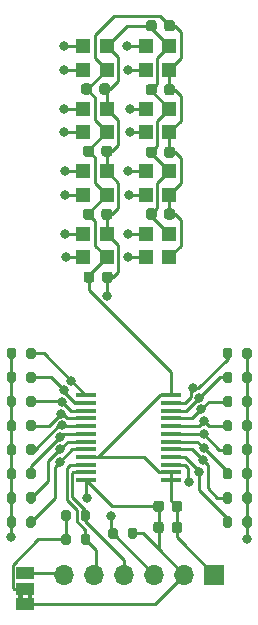
<source format=gtl>
%TF.GenerationSoftware,KiCad,Pcbnew,(5.1.12)-1*%
%TF.CreationDate,2021-12-20T11:42:42-08:00*%
%TF.ProjectId,HighPressureSensorArray,48696768-5072-4657-9373-75726553656e,rev?*%
%TF.SameCoordinates,Original*%
%TF.FileFunction,Copper,L1,Top*%
%TF.FilePolarity,Positive*%
%FSLAX46Y46*%
G04 Gerber Fmt 4.6, Leading zero omitted, Abs format (unit mm)*
G04 Created by KiCad (PCBNEW (5.1.12)-1) date 2021-12-20 11:42:42*
%MOMM*%
%LPD*%
G01*
G04 APERTURE LIST*
%TA.AperFunction,EtchedComponent*%
%ADD10C,0.100000*%
%TD*%
%TA.AperFunction,SMDPad,CuDef*%
%ADD11R,1.750000X0.450000*%
%TD*%
%TA.AperFunction,SMDPad,CuDef*%
%ADD12R,1.300000X1.300000*%
%TD*%
%TA.AperFunction,SMDPad,CuDef*%
%ADD13R,1.500000X1.000000*%
%TD*%
%TA.AperFunction,ComponentPad*%
%ADD14R,1.700000X1.700000*%
%TD*%
%TA.AperFunction,ComponentPad*%
%ADD15O,1.700000X1.700000*%
%TD*%
%TA.AperFunction,ViaPad*%
%ADD16C,0.800000*%
%TD*%
%TA.AperFunction,Conductor*%
%ADD17C,0.250000*%
%TD*%
G04 APERTURE END LIST*
D10*
G36*
X121450000Y-93600000D02*
G01*
X121450000Y-93100000D01*
X121850000Y-93100000D01*
X121850000Y-93600000D01*
X121450000Y-93600000D01*
G37*
G36*
X120650000Y-93600000D02*
G01*
X120650000Y-93100000D01*
X121050000Y-93100000D01*
X121050000Y-93600000D01*
X120650000Y-93600000D01*
G37*
%TA.AperFunction,SMDPad,CuDef*%
G36*
G01*
X127525000Y-50630000D02*
X127525000Y-50130000D01*
G75*
G02*
X127750000Y-49905000I225000J0D01*
G01*
X128200000Y-49905000D01*
G75*
G02*
X128425000Y-50130000I0J-225000D01*
G01*
X128425000Y-50630000D01*
G75*
G02*
X128200000Y-50855000I-225000J0D01*
G01*
X127750000Y-50855000D01*
G75*
G02*
X127525000Y-50630000I0J225000D01*
G01*
G37*
%TD.AperFunction*%
%TA.AperFunction,SMDPad,CuDef*%
G36*
G01*
X125975000Y-50630000D02*
X125975000Y-50130000D01*
G75*
G02*
X126200000Y-49905000I225000J0D01*
G01*
X126650000Y-49905000D01*
G75*
G02*
X126875000Y-50130000I0J-225000D01*
G01*
X126875000Y-50630000D01*
G75*
G02*
X126650000Y-50855000I-225000J0D01*
G01*
X126200000Y-50855000D01*
G75*
G02*
X125975000Y-50630000I0J225000D01*
G01*
G37*
%TD.AperFunction*%
%TA.AperFunction,SMDPad,CuDef*%
G36*
G01*
X126145000Y-55890000D02*
X126145000Y-55390000D01*
G75*
G02*
X126370000Y-55165000I225000J0D01*
G01*
X126820000Y-55165000D01*
G75*
G02*
X127045000Y-55390000I0J-225000D01*
G01*
X127045000Y-55890000D01*
G75*
G02*
X126820000Y-56115000I-225000J0D01*
G01*
X126370000Y-56115000D01*
G75*
G02*
X126145000Y-55890000I0J225000D01*
G01*
G37*
%TD.AperFunction*%
%TA.AperFunction,SMDPad,CuDef*%
G36*
G01*
X127695000Y-55890000D02*
X127695000Y-55390000D01*
G75*
G02*
X127920000Y-55165000I225000J0D01*
G01*
X128370000Y-55165000D01*
G75*
G02*
X128595000Y-55390000I0J-225000D01*
G01*
X128595000Y-55890000D01*
G75*
G02*
X128370000Y-56115000I-225000J0D01*
G01*
X127920000Y-56115000D01*
G75*
G02*
X127695000Y-55890000I0J225000D01*
G01*
G37*
%TD.AperFunction*%
%TA.AperFunction,SMDPad,CuDef*%
G36*
G01*
X127695000Y-61230000D02*
X127695000Y-60730000D01*
G75*
G02*
X127920000Y-60505000I225000J0D01*
G01*
X128370000Y-60505000D01*
G75*
G02*
X128595000Y-60730000I0J-225000D01*
G01*
X128595000Y-61230000D01*
G75*
G02*
X128370000Y-61455000I-225000J0D01*
G01*
X127920000Y-61455000D01*
G75*
G02*
X127695000Y-61230000I0J225000D01*
G01*
G37*
%TD.AperFunction*%
%TA.AperFunction,SMDPad,CuDef*%
G36*
G01*
X126145000Y-61230000D02*
X126145000Y-60730000D01*
G75*
G02*
X126370000Y-60505000I225000J0D01*
G01*
X126820000Y-60505000D01*
G75*
G02*
X127045000Y-60730000I0J-225000D01*
G01*
X127045000Y-61230000D01*
G75*
G02*
X126820000Y-61455000I-225000J0D01*
G01*
X126370000Y-61455000D01*
G75*
G02*
X126145000Y-61230000I0J225000D01*
G01*
G37*
%TD.AperFunction*%
%TA.AperFunction,SMDPad,CuDef*%
G36*
G01*
X126185000Y-66560000D02*
X126185000Y-66060000D01*
G75*
G02*
X126410000Y-65835000I225000J0D01*
G01*
X126860000Y-65835000D01*
G75*
G02*
X127085000Y-66060000I0J-225000D01*
G01*
X127085000Y-66560000D01*
G75*
G02*
X126860000Y-66785000I-225000J0D01*
G01*
X126410000Y-66785000D01*
G75*
G02*
X126185000Y-66560000I0J225000D01*
G01*
G37*
%TD.AperFunction*%
%TA.AperFunction,SMDPad,CuDef*%
G36*
G01*
X127735000Y-66560000D02*
X127735000Y-66060000D01*
G75*
G02*
X127960000Y-65835000I225000J0D01*
G01*
X128410000Y-65835000D01*
G75*
G02*
X128635000Y-66060000I0J-225000D01*
G01*
X128635000Y-66560000D01*
G75*
G02*
X128410000Y-66785000I-225000J0D01*
G01*
X127960000Y-66785000D01*
G75*
G02*
X127735000Y-66560000I0J225000D01*
G01*
G37*
%TD.AperFunction*%
%TA.AperFunction,SMDPad,CuDef*%
G36*
G01*
X132365000Y-44780000D02*
X132365000Y-45280000D01*
G75*
G02*
X132140000Y-45505000I-225000J0D01*
G01*
X131690000Y-45505000D01*
G75*
G02*
X131465000Y-45280000I0J225000D01*
G01*
X131465000Y-44780000D01*
G75*
G02*
X131690000Y-44555000I225000J0D01*
G01*
X132140000Y-44555000D01*
G75*
G02*
X132365000Y-44780000I0J-225000D01*
G01*
G37*
%TD.AperFunction*%
%TA.AperFunction,SMDPad,CuDef*%
G36*
G01*
X133915000Y-44780000D02*
X133915000Y-45280000D01*
G75*
G02*
X133690000Y-45505000I-225000J0D01*
G01*
X133240000Y-45505000D01*
G75*
G02*
X133015000Y-45280000I0J225000D01*
G01*
X133015000Y-44780000D01*
G75*
G02*
X133240000Y-44555000I225000J0D01*
G01*
X133690000Y-44555000D01*
G75*
G02*
X133915000Y-44780000I0J-225000D01*
G01*
G37*
%TD.AperFunction*%
%TA.AperFunction,SMDPad,CuDef*%
G36*
G01*
X133905000Y-50190000D02*
X133905000Y-50690000D01*
G75*
G02*
X133680000Y-50915000I-225000J0D01*
G01*
X133230000Y-50915000D01*
G75*
G02*
X133005000Y-50690000I0J225000D01*
G01*
X133005000Y-50190000D01*
G75*
G02*
X133230000Y-49965000I225000J0D01*
G01*
X133680000Y-49965000D01*
G75*
G02*
X133905000Y-50190000I0J-225000D01*
G01*
G37*
%TD.AperFunction*%
%TA.AperFunction,SMDPad,CuDef*%
G36*
G01*
X132355000Y-50190000D02*
X132355000Y-50690000D01*
G75*
G02*
X132130000Y-50915000I-225000J0D01*
G01*
X131680000Y-50915000D01*
G75*
G02*
X131455000Y-50690000I0J225000D01*
G01*
X131455000Y-50190000D01*
G75*
G02*
X131680000Y-49965000I225000J0D01*
G01*
X132130000Y-49965000D01*
G75*
G02*
X132355000Y-50190000I0J-225000D01*
G01*
G37*
%TD.AperFunction*%
%TA.AperFunction,SMDPad,CuDef*%
G36*
G01*
X133915000Y-55480000D02*
X133915000Y-55980000D01*
G75*
G02*
X133690000Y-56205000I-225000J0D01*
G01*
X133240000Y-56205000D01*
G75*
G02*
X133015000Y-55980000I0J225000D01*
G01*
X133015000Y-55480000D01*
G75*
G02*
X133240000Y-55255000I225000J0D01*
G01*
X133690000Y-55255000D01*
G75*
G02*
X133915000Y-55480000I0J-225000D01*
G01*
G37*
%TD.AperFunction*%
%TA.AperFunction,SMDPad,CuDef*%
G36*
G01*
X132365000Y-55480000D02*
X132365000Y-55980000D01*
G75*
G02*
X132140000Y-56205000I-225000J0D01*
G01*
X131690000Y-56205000D01*
G75*
G02*
X131465000Y-55980000I0J225000D01*
G01*
X131465000Y-55480000D01*
G75*
G02*
X131690000Y-55255000I225000J0D01*
G01*
X132140000Y-55255000D01*
G75*
G02*
X132365000Y-55480000I0J-225000D01*
G01*
G37*
%TD.AperFunction*%
%TA.AperFunction,SMDPad,CuDef*%
G36*
G01*
X132355000Y-60710000D02*
X132355000Y-61210000D01*
G75*
G02*
X132130000Y-61435000I-225000J0D01*
G01*
X131680000Y-61435000D01*
G75*
G02*
X131455000Y-61210000I0J225000D01*
G01*
X131455000Y-60710000D01*
G75*
G02*
X131680000Y-60485000I225000J0D01*
G01*
X132130000Y-60485000D01*
G75*
G02*
X132355000Y-60710000I0J-225000D01*
G01*
G37*
%TD.AperFunction*%
%TA.AperFunction,SMDPad,CuDef*%
G36*
G01*
X133905000Y-60710000D02*
X133905000Y-61210000D01*
G75*
G02*
X133680000Y-61435000I-225000J0D01*
G01*
X133230000Y-61435000D01*
G75*
G02*
X133005000Y-61210000I0J225000D01*
G01*
X133005000Y-60710000D01*
G75*
G02*
X133230000Y-60485000I225000J0D01*
G01*
X133680000Y-60485000D01*
G75*
G02*
X133905000Y-60710000I0J-225000D01*
G01*
G37*
%TD.AperFunction*%
%TA.AperFunction,SMDPad,CuDef*%
G36*
G01*
X132075000Y-85950000D02*
X132075000Y-85450000D01*
G75*
G02*
X132300000Y-85225000I225000J0D01*
G01*
X132750000Y-85225000D01*
G75*
G02*
X132975000Y-85450000I0J-225000D01*
G01*
X132975000Y-85950000D01*
G75*
G02*
X132750000Y-86175000I-225000J0D01*
G01*
X132300000Y-86175000D01*
G75*
G02*
X132075000Y-85950000I0J225000D01*
G01*
G37*
%TD.AperFunction*%
%TA.AperFunction,SMDPad,CuDef*%
G36*
G01*
X133625000Y-85950000D02*
X133625000Y-85450000D01*
G75*
G02*
X133850000Y-85225000I225000J0D01*
G01*
X134300000Y-85225000D01*
G75*
G02*
X134525000Y-85450000I0J-225000D01*
G01*
X134525000Y-85950000D01*
G75*
G02*
X134300000Y-86175000I-225000J0D01*
G01*
X133850000Y-86175000D01*
G75*
G02*
X133625000Y-85950000I0J225000D01*
G01*
G37*
%TD.AperFunction*%
%TA.AperFunction,SMDPad,CuDef*%
G36*
G01*
X133625000Y-87750000D02*
X133625000Y-87250000D01*
G75*
G02*
X133850000Y-87025000I225000J0D01*
G01*
X134300000Y-87025000D01*
G75*
G02*
X134525000Y-87250000I0J-225000D01*
G01*
X134525000Y-87750000D01*
G75*
G02*
X134300000Y-87975000I-225000J0D01*
G01*
X133850000Y-87975000D01*
G75*
G02*
X133625000Y-87750000I0J225000D01*
G01*
G37*
%TD.AperFunction*%
%TA.AperFunction,SMDPad,CuDef*%
G36*
G01*
X132075000Y-87750000D02*
X132075000Y-87250000D01*
G75*
G02*
X132300000Y-87025000I225000J0D01*
G01*
X132750000Y-87025000D01*
G75*
G02*
X132975000Y-87250000I0J-225000D01*
G01*
X132975000Y-87750000D01*
G75*
G02*
X132750000Y-87975000I-225000J0D01*
G01*
X132300000Y-87975000D01*
G75*
G02*
X132075000Y-87750000I0J225000D01*
G01*
G37*
%TD.AperFunction*%
%TA.AperFunction,SMDPad,CuDef*%
G36*
G01*
X138775000Y-74522958D02*
X138775000Y-75072958D01*
G75*
G02*
X138575000Y-75272958I-200000J0D01*
G01*
X138175000Y-75272958D01*
G75*
G02*
X137975000Y-75072958I0J200000D01*
G01*
X137975000Y-74522958D01*
G75*
G02*
X138175000Y-74322958I200000J0D01*
G01*
X138575000Y-74322958D01*
G75*
G02*
X138775000Y-74522958I0J-200000D01*
G01*
G37*
%TD.AperFunction*%
%TA.AperFunction,SMDPad,CuDef*%
G36*
G01*
X140425000Y-74522958D02*
X140425000Y-75072958D01*
G75*
G02*
X140225000Y-75272958I-200000J0D01*
G01*
X139825000Y-75272958D01*
G75*
G02*
X139625000Y-75072958I0J200000D01*
G01*
X139625000Y-74522958D01*
G75*
G02*
X139825000Y-74322958I200000J0D01*
G01*
X140225000Y-74322958D01*
G75*
G02*
X140425000Y-74522958I0J-200000D01*
G01*
G37*
%TD.AperFunction*%
%TA.AperFunction,SMDPad,CuDef*%
G36*
G01*
X140425000Y-72482142D02*
X140425000Y-73032142D01*
G75*
G02*
X140225000Y-73232142I-200000J0D01*
G01*
X139825000Y-73232142D01*
G75*
G02*
X139625000Y-73032142I0J200000D01*
G01*
X139625000Y-72482142D01*
G75*
G02*
X139825000Y-72282142I200000J0D01*
G01*
X140225000Y-72282142D01*
G75*
G02*
X140425000Y-72482142I0J-200000D01*
G01*
G37*
%TD.AperFunction*%
%TA.AperFunction,SMDPad,CuDef*%
G36*
G01*
X138775000Y-72482142D02*
X138775000Y-73032142D01*
G75*
G02*
X138575000Y-73232142I-200000J0D01*
G01*
X138175000Y-73232142D01*
G75*
G02*
X137975000Y-73032142I0J200000D01*
G01*
X137975000Y-72482142D01*
G75*
G02*
X138175000Y-72282142I200000J0D01*
G01*
X138575000Y-72282142D01*
G75*
G02*
X138775000Y-72482142I0J-200000D01*
G01*
G37*
%TD.AperFunction*%
%TA.AperFunction,SMDPad,CuDef*%
G36*
G01*
X140425000Y-78604590D02*
X140425000Y-79154590D01*
G75*
G02*
X140225000Y-79354590I-200000J0D01*
G01*
X139825000Y-79354590D01*
G75*
G02*
X139625000Y-79154590I0J200000D01*
G01*
X139625000Y-78604590D01*
G75*
G02*
X139825000Y-78404590I200000J0D01*
G01*
X140225000Y-78404590D01*
G75*
G02*
X140425000Y-78604590I0J-200000D01*
G01*
G37*
%TD.AperFunction*%
%TA.AperFunction,SMDPad,CuDef*%
G36*
G01*
X138775000Y-78604590D02*
X138775000Y-79154590D01*
G75*
G02*
X138575000Y-79354590I-200000J0D01*
G01*
X138175000Y-79354590D01*
G75*
G02*
X137975000Y-79154590I0J200000D01*
G01*
X137975000Y-78604590D01*
G75*
G02*
X138175000Y-78404590I200000J0D01*
G01*
X138575000Y-78404590D01*
G75*
G02*
X138775000Y-78604590I0J-200000D01*
G01*
G37*
%TD.AperFunction*%
%TA.AperFunction,SMDPad,CuDef*%
G36*
G01*
X138775000Y-76563774D02*
X138775000Y-77113774D01*
G75*
G02*
X138575000Y-77313774I-200000J0D01*
G01*
X138175000Y-77313774D01*
G75*
G02*
X137975000Y-77113774I0J200000D01*
G01*
X137975000Y-76563774D01*
G75*
G02*
X138175000Y-76363774I200000J0D01*
G01*
X138575000Y-76363774D01*
G75*
G02*
X138775000Y-76563774I0J-200000D01*
G01*
G37*
%TD.AperFunction*%
%TA.AperFunction,SMDPad,CuDef*%
G36*
G01*
X140425000Y-76563774D02*
X140425000Y-77113774D01*
G75*
G02*
X140225000Y-77313774I-200000J0D01*
G01*
X139825000Y-77313774D01*
G75*
G02*
X139625000Y-77113774I0J200000D01*
G01*
X139625000Y-76563774D01*
G75*
G02*
X139825000Y-76363774I200000J0D01*
G01*
X140225000Y-76363774D01*
G75*
G02*
X140425000Y-76563774I0J-200000D01*
G01*
G37*
%TD.AperFunction*%
%TA.AperFunction,SMDPad,CuDef*%
G36*
G01*
X138775000Y-82686222D02*
X138775000Y-83236222D01*
G75*
G02*
X138575000Y-83436222I-200000J0D01*
G01*
X138175000Y-83436222D01*
G75*
G02*
X137975000Y-83236222I0J200000D01*
G01*
X137975000Y-82686222D01*
G75*
G02*
X138175000Y-82486222I200000J0D01*
G01*
X138575000Y-82486222D01*
G75*
G02*
X138775000Y-82686222I0J-200000D01*
G01*
G37*
%TD.AperFunction*%
%TA.AperFunction,SMDPad,CuDef*%
G36*
G01*
X140425000Y-82686222D02*
X140425000Y-83236222D01*
G75*
G02*
X140225000Y-83436222I-200000J0D01*
G01*
X139825000Y-83436222D01*
G75*
G02*
X139625000Y-83236222I0J200000D01*
G01*
X139625000Y-82686222D01*
G75*
G02*
X139825000Y-82486222I200000J0D01*
G01*
X140225000Y-82486222D01*
G75*
G02*
X140425000Y-82686222I0J-200000D01*
G01*
G37*
%TD.AperFunction*%
%TA.AperFunction,SMDPad,CuDef*%
G36*
G01*
X140425000Y-80645406D02*
X140425000Y-81195406D01*
G75*
G02*
X140225000Y-81395406I-200000J0D01*
G01*
X139825000Y-81395406D01*
G75*
G02*
X139625000Y-81195406I0J200000D01*
G01*
X139625000Y-80645406D01*
G75*
G02*
X139825000Y-80445406I200000J0D01*
G01*
X140225000Y-80445406D01*
G75*
G02*
X140425000Y-80645406I0J-200000D01*
G01*
G37*
%TD.AperFunction*%
%TA.AperFunction,SMDPad,CuDef*%
G36*
G01*
X138775000Y-80645406D02*
X138775000Y-81195406D01*
G75*
G02*
X138575000Y-81395406I-200000J0D01*
G01*
X138175000Y-81395406D01*
G75*
G02*
X137975000Y-81195406I0J200000D01*
G01*
X137975000Y-80645406D01*
G75*
G02*
X138175000Y-80445406I200000J0D01*
G01*
X138575000Y-80445406D01*
G75*
G02*
X138775000Y-80645406I0J-200000D01*
G01*
G37*
%TD.AperFunction*%
%TA.AperFunction,SMDPad,CuDef*%
G36*
G01*
X140425000Y-86767857D02*
X140425000Y-87317857D01*
G75*
G02*
X140225000Y-87517857I-200000J0D01*
G01*
X139825000Y-87517857D01*
G75*
G02*
X139625000Y-87317857I0J200000D01*
G01*
X139625000Y-86767857D01*
G75*
G02*
X139825000Y-86567857I200000J0D01*
G01*
X140225000Y-86567857D01*
G75*
G02*
X140425000Y-86767857I0J-200000D01*
G01*
G37*
%TD.AperFunction*%
%TA.AperFunction,SMDPad,CuDef*%
G36*
G01*
X138775000Y-86767857D02*
X138775000Y-87317857D01*
G75*
G02*
X138575000Y-87517857I-200000J0D01*
G01*
X138175000Y-87517857D01*
G75*
G02*
X137975000Y-87317857I0J200000D01*
G01*
X137975000Y-86767857D01*
G75*
G02*
X138175000Y-86567857I200000J0D01*
G01*
X138575000Y-86567857D01*
G75*
G02*
X138775000Y-86767857I0J-200000D01*
G01*
G37*
%TD.AperFunction*%
%TA.AperFunction,SMDPad,CuDef*%
G36*
G01*
X138775000Y-84727038D02*
X138775000Y-85277038D01*
G75*
G02*
X138575000Y-85477038I-200000J0D01*
G01*
X138175000Y-85477038D01*
G75*
G02*
X137975000Y-85277038I0J200000D01*
G01*
X137975000Y-84727038D01*
G75*
G02*
X138175000Y-84527038I200000J0D01*
G01*
X138575000Y-84527038D01*
G75*
G02*
X138775000Y-84727038I0J-200000D01*
G01*
G37*
%TD.AperFunction*%
%TA.AperFunction,SMDPad,CuDef*%
G36*
G01*
X140425000Y-84727038D02*
X140425000Y-85277038D01*
G75*
G02*
X140225000Y-85477038I-200000J0D01*
G01*
X139825000Y-85477038D01*
G75*
G02*
X139625000Y-85277038I0J200000D01*
G01*
X139625000Y-84727038D01*
G75*
G02*
X139825000Y-84527038I200000J0D01*
G01*
X140225000Y-84527038D01*
G75*
G02*
X140425000Y-84727038I0J-200000D01*
G01*
G37*
%TD.AperFunction*%
%TA.AperFunction,SMDPad,CuDef*%
G36*
G01*
X119675000Y-85276016D02*
X119675000Y-84726016D01*
G75*
G02*
X119875000Y-84526016I200000J0D01*
G01*
X120275000Y-84526016D01*
G75*
G02*
X120475000Y-84726016I0J-200000D01*
G01*
X120475000Y-85276016D01*
G75*
G02*
X120275000Y-85476016I-200000J0D01*
G01*
X119875000Y-85476016D01*
G75*
G02*
X119675000Y-85276016I0J200000D01*
G01*
G37*
%TD.AperFunction*%
%TA.AperFunction,SMDPad,CuDef*%
G36*
G01*
X121325000Y-85276016D02*
X121325000Y-84726016D01*
G75*
G02*
X121525000Y-84526016I200000J0D01*
G01*
X121925000Y-84526016D01*
G75*
G02*
X122125000Y-84726016I0J-200000D01*
G01*
X122125000Y-85276016D01*
G75*
G02*
X121925000Y-85476016I-200000J0D01*
G01*
X121525000Y-85476016D01*
G75*
G02*
X121325000Y-85276016I0J200000D01*
G01*
G37*
%TD.AperFunction*%
%TA.AperFunction,SMDPad,CuDef*%
G36*
G01*
X119675000Y-87317857D02*
X119675000Y-86767857D01*
G75*
G02*
X119875000Y-86567857I200000J0D01*
G01*
X120275000Y-86567857D01*
G75*
G02*
X120475000Y-86767857I0J-200000D01*
G01*
X120475000Y-87317857D01*
G75*
G02*
X120275000Y-87517857I-200000J0D01*
G01*
X119875000Y-87517857D01*
G75*
G02*
X119675000Y-87317857I0J200000D01*
G01*
G37*
%TD.AperFunction*%
%TA.AperFunction,SMDPad,CuDef*%
G36*
G01*
X121325000Y-87317857D02*
X121325000Y-86767857D01*
G75*
G02*
X121525000Y-86567857I200000J0D01*
G01*
X121925000Y-86567857D01*
G75*
G02*
X122125000Y-86767857I0J-200000D01*
G01*
X122125000Y-87317857D01*
G75*
G02*
X121925000Y-87517857I-200000J0D01*
G01*
X121525000Y-87517857D01*
G75*
G02*
X121325000Y-87317857I0J200000D01*
G01*
G37*
%TD.AperFunction*%
%TA.AperFunction,SMDPad,CuDef*%
G36*
G01*
X119675000Y-81192344D02*
X119675000Y-80642344D01*
G75*
G02*
X119875000Y-80442344I200000J0D01*
G01*
X120275000Y-80442344D01*
G75*
G02*
X120475000Y-80642344I0J-200000D01*
G01*
X120475000Y-81192344D01*
G75*
G02*
X120275000Y-81392344I-200000J0D01*
G01*
X119875000Y-81392344D01*
G75*
G02*
X119675000Y-81192344I0J200000D01*
G01*
G37*
%TD.AperFunction*%
%TA.AperFunction,SMDPad,CuDef*%
G36*
G01*
X121325000Y-81192344D02*
X121325000Y-80642344D01*
G75*
G02*
X121525000Y-80442344I200000J0D01*
G01*
X121925000Y-80442344D01*
G75*
G02*
X122125000Y-80642344I0J-200000D01*
G01*
X122125000Y-81192344D01*
G75*
G02*
X121925000Y-81392344I-200000J0D01*
G01*
X121525000Y-81392344D01*
G75*
G02*
X121325000Y-81192344I0J200000D01*
G01*
G37*
%TD.AperFunction*%
%TA.AperFunction,SMDPad,CuDef*%
G36*
G01*
X121325000Y-83234180D02*
X121325000Y-82684180D01*
G75*
G02*
X121525000Y-82484180I200000J0D01*
G01*
X121925000Y-82484180D01*
G75*
G02*
X122125000Y-82684180I0J-200000D01*
G01*
X122125000Y-83234180D01*
G75*
G02*
X121925000Y-83434180I-200000J0D01*
G01*
X121525000Y-83434180D01*
G75*
G02*
X121325000Y-83234180I0J200000D01*
G01*
G37*
%TD.AperFunction*%
%TA.AperFunction,SMDPad,CuDef*%
G36*
G01*
X119675000Y-83234180D02*
X119675000Y-82684180D01*
G75*
G02*
X119875000Y-82484180I200000J0D01*
G01*
X120275000Y-82484180D01*
G75*
G02*
X120475000Y-82684180I0J-200000D01*
G01*
X120475000Y-83234180D01*
G75*
G02*
X120275000Y-83434180I-200000J0D01*
G01*
X119875000Y-83434180D01*
G75*
G02*
X119675000Y-83234180I0J200000D01*
G01*
G37*
%TD.AperFunction*%
%TA.AperFunction,SMDPad,CuDef*%
G36*
G01*
X119675000Y-77108672D02*
X119675000Y-76558672D01*
G75*
G02*
X119875000Y-76358672I200000J0D01*
G01*
X120275000Y-76358672D01*
G75*
G02*
X120475000Y-76558672I0J-200000D01*
G01*
X120475000Y-77108672D01*
G75*
G02*
X120275000Y-77308672I-200000J0D01*
G01*
X119875000Y-77308672D01*
G75*
G02*
X119675000Y-77108672I0J200000D01*
G01*
G37*
%TD.AperFunction*%
%TA.AperFunction,SMDPad,CuDef*%
G36*
G01*
X121325000Y-77108672D02*
X121325000Y-76558672D01*
G75*
G02*
X121525000Y-76358672I200000J0D01*
G01*
X121925000Y-76358672D01*
G75*
G02*
X122125000Y-76558672I0J-200000D01*
G01*
X122125000Y-77108672D01*
G75*
G02*
X121925000Y-77308672I-200000J0D01*
G01*
X121525000Y-77308672D01*
G75*
G02*
X121325000Y-77108672I0J200000D01*
G01*
G37*
%TD.AperFunction*%
%TA.AperFunction,SMDPad,CuDef*%
G36*
G01*
X121325000Y-79150508D02*
X121325000Y-78600508D01*
G75*
G02*
X121525000Y-78400508I200000J0D01*
G01*
X121925000Y-78400508D01*
G75*
G02*
X122125000Y-78600508I0J-200000D01*
G01*
X122125000Y-79150508D01*
G75*
G02*
X121925000Y-79350508I-200000J0D01*
G01*
X121525000Y-79350508D01*
G75*
G02*
X121325000Y-79150508I0J200000D01*
G01*
G37*
%TD.AperFunction*%
%TA.AperFunction,SMDPad,CuDef*%
G36*
G01*
X119675000Y-79150508D02*
X119675000Y-78600508D01*
G75*
G02*
X119875000Y-78400508I200000J0D01*
G01*
X120275000Y-78400508D01*
G75*
G02*
X120475000Y-78600508I0J-200000D01*
G01*
X120475000Y-79150508D01*
G75*
G02*
X120275000Y-79350508I-200000J0D01*
G01*
X119875000Y-79350508D01*
G75*
G02*
X119675000Y-79150508I0J200000D01*
G01*
G37*
%TD.AperFunction*%
%TA.AperFunction,SMDPad,CuDef*%
G36*
G01*
X119675000Y-73025000D02*
X119675000Y-72475000D01*
G75*
G02*
X119875000Y-72275000I200000J0D01*
G01*
X120275000Y-72275000D01*
G75*
G02*
X120475000Y-72475000I0J-200000D01*
G01*
X120475000Y-73025000D01*
G75*
G02*
X120275000Y-73225000I-200000J0D01*
G01*
X119875000Y-73225000D01*
G75*
G02*
X119675000Y-73025000I0J200000D01*
G01*
G37*
%TD.AperFunction*%
%TA.AperFunction,SMDPad,CuDef*%
G36*
G01*
X121325000Y-73025000D02*
X121325000Y-72475000D01*
G75*
G02*
X121525000Y-72275000I200000J0D01*
G01*
X121925000Y-72275000D01*
G75*
G02*
X122125000Y-72475000I0J-200000D01*
G01*
X122125000Y-73025000D01*
G75*
G02*
X121925000Y-73225000I-200000J0D01*
G01*
X121525000Y-73225000D01*
G75*
G02*
X121325000Y-73025000I0J200000D01*
G01*
G37*
%TD.AperFunction*%
%TA.AperFunction,SMDPad,CuDef*%
G36*
G01*
X121325000Y-75066836D02*
X121325000Y-74516836D01*
G75*
G02*
X121525000Y-74316836I200000J0D01*
G01*
X121925000Y-74316836D01*
G75*
G02*
X122125000Y-74516836I0J-200000D01*
G01*
X122125000Y-75066836D01*
G75*
G02*
X121925000Y-75266836I-200000J0D01*
G01*
X121525000Y-75266836D01*
G75*
G02*
X121325000Y-75066836I0J200000D01*
G01*
G37*
%TD.AperFunction*%
%TA.AperFunction,SMDPad,CuDef*%
G36*
G01*
X119675000Y-75066836D02*
X119675000Y-74516836D01*
G75*
G02*
X119875000Y-74316836I200000J0D01*
G01*
X120275000Y-74316836D01*
G75*
G02*
X120475000Y-74516836I0J-200000D01*
G01*
X120475000Y-75066836D01*
G75*
G02*
X120275000Y-75266836I-200000J0D01*
G01*
X119875000Y-75266836D01*
G75*
G02*
X119675000Y-75066836I0J200000D01*
G01*
G37*
%TD.AperFunction*%
%TA.AperFunction,SMDPad,CuDef*%
G36*
G01*
X126725000Y-88225000D02*
X126725000Y-88775000D01*
G75*
G02*
X126525000Y-88975000I-200000J0D01*
G01*
X126125000Y-88975000D01*
G75*
G02*
X125925000Y-88775000I0J200000D01*
G01*
X125925000Y-88225000D01*
G75*
G02*
X126125000Y-88025000I200000J0D01*
G01*
X126525000Y-88025000D01*
G75*
G02*
X126725000Y-88225000I0J-200000D01*
G01*
G37*
%TD.AperFunction*%
%TA.AperFunction,SMDPad,CuDef*%
G36*
G01*
X125075000Y-88225000D02*
X125075000Y-88775000D01*
G75*
G02*
X124875000Y-88975000I-200000J0D01*
G01*
X124475000Y-88975000D01*
G75*
G02*
X124275000Y-88775000I0J200000D01*
G01*
X124275000Y-88225000D01*
G75*
G02*
X124475000Y-88025000I200000J0D01*
G01*
X124875000Y-88025000D01*
G75*
G02*
X125075000Y-88225000I0J-200000D01*
G01*
G37*
%TD.AperFunction*%
%TA.AperFunction,SMDPad,CuDef*%
G36*
G01*
X125075000Y-86225000D02*
X125075000Y-86775000D01*
G75*
G02*
X124875000Y-86975000I-200000J0D01*
G01*
X124475000Y-86975000D01*
G75*
G02*
X124275000Y-86775000I0J200000D01*
G01*
X124275000Y-86225000D01*
G75*
G02*
X124475000Y-86025000I200000J0D01*
G01*
X124875000Y-86025000D01*
G75*
G02*
X125075000Y-86225000I0J-200000D01*
G01*
G37*
%TD.AperFunction*%
%TA.AperFunction,SMDPad,CuDef*%
G36*
G01*
X126725000Y-86225000D02*
X126725000Y-86775000D01*
G75*
G02*
X126525000Y-86975000I-200000J0D01*
G01*
X126125000Y-86975000D01*
G75*
G02*
X125925000Y-86775000I0J200000D01*
G01*
X125925000Y-86225000D01*
G75*
G02*
X126125000Y-86025000I200000J0D01*
G01*
X126525000Y-86025000D01*
G75*
G02*
X126725000Y-86225000I0J-200000D01*
G01*
G37*
%TD.AperFunction*%
%TA.AperFunction,SMDPad,CuDef*%
G36*
G01*
X129075000Y-87725000D02*
X129075000Y-88275000D01*
G75*
G02*
X128875000Y-88475000I-200000J0D01*
G01*
X128475000Y-88475000D01*
G75*
G02*
X128275000Y-88275000I0J200000D01*
G01*
X128275000Y-87725000D01*
G75*
G02*
X128475000Y-87525000I200000J0D01*
G01*
X128875000Y-87525000D01*
G75*
G02*
X129075000Y-87725000I0J-200000D01*
G01*
G37*
%TD.AperFunction*%
%TA.AperFunction,SMDPad,CuDef*%
G36*
G01*
X130725000Y-87725000D02*
X130725000Y-88275000D01*
G75*
G02*
X130525000Y-88475000I-200000J0D01*
G01*
X130125000Y-88475000D01*
G75*
G02*
X129925000Y-88275000I0J200000D01*
G01*
X129925000Y-87725000D01*
G75*
G02*
X130125000Y-87525000I200000J0D01*
G01*
X130525000Y-87525000D01*
G75*
G02*
X130725000Y-87725000I0J-200000D01*
G01*
G37*
%TD.AperFunction*%
D11*
X133600000Y-83475000D03*
X133600000Y-82825000D03*
X133600000Y-82175000D03*
X133600000Y-81525000D03*
X133600000Y-80875000D03*
X133600000Y-80225000D03*
X133600000Y-79575000D03*
X133600000Y-78925000D03*
X133600000Y-78275000D03*
X133600000Y-77625000D03*
X133600000Y-76975000D03*
X133600000Y-76325000D03*
X126400000Y-76325000D03*
X126400000Y-76975000D03*
X126400000Y-77625000D03*
X126400000Y-78275000D03*
X126400000Y-78925000D03*
X126400000Y-79575000D03*
X126400000Y-80225000D03*
X126400000Y-80875000D03*
X126400000Y-81525000D03*
X126400000Y-82175000D03*
X126400000Y-82825000D03*
X126400000Y-83475000D03*
D12*
X133436600Y-62630400D03*
X133436600Y-64630400D03*
X131436600Y-62630400D03*
X131436600Y-64630400D03*
X133436600Y-57330400D03*
X133436600Y-59330400D03*
X131436600Y-57330400D03*
X131436600Y-59330400D03*
X133436600Y-52030400D03*
X133436600Y-54030400D03*
X131436600Y-52030400D03*
X131436600Y-54030400D03*
X131436600Y-48730400D03*
X131436600Y-46730400D03*
X133436600Y-48730400D03*
X133436600Y-46730400D03*
X126136600Y-48730400D03*
X126136600Y-46730400D03*
X128136600Y-48730400D03*
X128136600Y-46730400D03*
X128136600Y-52030400D03*
X128136600Y-54030400D03*
X126136600Y-52030400D03*
X126136600Y-54030400D03*
X126136600Y-59330400D03*
X126136600Y-57330400D03*
X128136600Y-59330400D03*
X128136600Y-57330400D03*
X126136600Y-64630400D03*
X126136600Y-62630400D03*
X128136600Y-64630400D03*
X128136600Y-62630400D03*
D13*
X121250000Y-94000000D03*
X121250000Y-91400000D03*
X121250000Y-92700000D03*
D14*
X137250000Y-91500000D03*
D15*
X134710000Y-91500000D03*
X132170000Y-91500000D03*
X129630000Y-91500000D03*
X127090000Y-91500000D03*
X124550000Y-91500000D03*
D16*
X135075014Y-83690823D03*
X128500000Y-86500000D03*
X128185000Y-67885000D03*
X140025000Y-88475000D03*
X126500000Y-84999992D03*
X120075000Y-88325000D03*
X129930400Y-64630400D03*
X135957465Y-76531326D03*
X129930400Y-62630400D03*
X135404961Y-75697802D03*
X130030400Y-59330400D03*
X136366985Y-78488605D03*
X129930400Y-57330400D03*
X136143606Y-77513861D03*
X130069600Y-54030400D03*
X136335351Y-80736365D03*
X130069600Y-52030400D03*
X136336190Y-79586190D03*
X129930400Y-48730400D03*
X135957015Y-82847552D03*
X129869600Y-46730400D03*
X136249994Y-81750000D03*
X124519600Y-48730400D03*
X124192304Y-80895655D03*
X124519600Y-46730400D03*
X124171929Y-81941350D03*
X124530400Y-54030400D03*
X124356250Y-78855314D03*
X124530400Y-52030400D03*
X124217049Y-79845590D03*
X124580400Y-59330400D03*
X124334858Y-76867717D03*
X124580400Y-57330400D03*
X124234774Y-77862708D03*
X124675076Y-64630400D03*
X125122606Y-75066477D03*
X124630400Y-62630400D03*
X124560360Y-75893462D03*
D17*
X135024999Y-83640808D02*
X135075014Y-83690823D01*
X134725000Y-82175000D02*
X135024999Y-82474999D01*
X133600000Y-82175000D02*
X134725000Y-82175000D01*
X135024999Y-82474999D02*
X135024999Y-83640808D01*
X128500000Y-87825000D02*
X128675000Y-88000000D01*
X128500000Y-86500000D02*
X128500000Y-87825000D01*
X128675000Y-88005000D02*
X132170000Y-91500000D01*
X128675000Y-88000000D02*
X128675000Y-88005000D01*
X129111601Y-58305401D02*
X128136600Y-57330400D01*
X128595000Y-60980000D02*
X129111601Y-60463399D01*
X129111601Y-60463399D02*
X129111601Y-58305401D01*
X128145000Y-60980000D02*
X128595000Y-60980000D01*
X128136600Y-55648400D02*
X128145000Y-55640000D01*
X128136600Y-57330400D02*
X128136600Y-55648400D01*
X129111601Y-55123399D02*
X129111601Y-53005401D01*
X128595000Y-55640000D02*
X129111601Y-55123399D01*
X129111601Y-53005401D02*
X128136600Y-52030400D01*
X128145000Y-55640000D02*
X128595000Y-55640000D01*
X128136600Y-50541600D02*
X127975000Y-50380000D01*
X128136600Y-52030400D02*
X128136600Y-50541600D01*
X133415000Y-52008800D02*
X133436600Y-52030400D01*
X133455000Y-57312000D02*
X133436600Y-57330400D01*
X133445000Y-62622000D02*
X133436600Y-62630400D01*
X128145000Y-62622000D02*
X128136600Y-62630400D01*
X128145000Y-60980000D02*
X128145000Y-62622000D01*
X128635000Y-66310000D02*
X128185000Y-66310000D01*
X129111601Y-65833399D02*
X128635000Y-66310000D01*
X129111601Y-63605401D02*
X129111601Y-65833399D01*
X128136600Y-62630400D02*
X129111601Y-63605401D01*
X128492602Y-46730400D02*
X128136600Y-46730400D01*
X133475000Y-46692000D02*
X133436600Y-46730400D01*
X132411601Y-49933399D02*
X131905000Y-50440000D01*
X132411601Y-47755399D02*
X132411601Y-49933399D01*
X133436600Y-46730400D02*
X132411601Y-47755399D01*
X129837000Y-45030000D02*
X131915000Y-45030000D01*
X128136600Y-46730400D02*
X129837000Y-45030000D01*
X131915000Y-45208800D02*
X133436600Y-46730400D01*
X131915000Y-45030000D02*
X131915000Y-45208800D01*
X131905000Y-50498800D02*
X133436600Y-52030400D01*
X131905000Y-50440000D02*
X131905000Y-50498800D01*
X132411601Y-55233399D02*
X131915000Y-55730000D01*
X132411601Y-53055399D02*
X132411601Y-55233399D01*
X133436600Y-52030400D02*
X132411601Y-53055399D01*
X131915000Y-55808800D02*
X133436600Y-57330400D01*
X131915000Y-55730000D02*
X131915000Y-55808800D01*
X132411601Y-60453399D02*
X131905000Y-60960000D01*
X132411601Y-58355399D02*
X132411601Y-60453399D01*
X133436600Y-57330400D02*
X132411601Y-58355399D01*
X131905000Y-61098800D02*
X133436600Y-62630400D01*
X131905000Y-60960000D02*
X131905000Y-61098800D01*
X129111601Y-47705401D02*
X128136600Y-46730400D01*
X129111601Y-49693399D02*
X129111601Y-47705401D01*
X128425000Y-50380000D02*
X129111601Y-49693399D01*
X127975000Y-50380000D02*
X128425000Y-50380000D01*
X130275000Y-85700000D02*
X132525000Y-85700000D01*
X132525000Y-85700000D02*
X132525000Y-87500000D01*
X132525000Y-85700000D02*
X128625000Y-85700000D01*
X127562500Y-84637500D02*
X126400000Y-83475000D01*
X128625000Y-85700000D02*
X127562500Y-84637500D01*
X128185000Y-66310000D02*
X128185000Y-67885000D01*
X128185000Y-67885000D02*
X128185000Y-67885000D01*
X140000000Y-72714285D02*
X140000000Y-87000000D01*
X140025000Y-87042857D02*
X140025000Y-88475000D01*
X140025000Y-88475000D02*
X140025000Y-88475000D01*
X120075000Y-72750000D02*
X120075000Y-87042857D01*
X126400000Y-84899992D02*
X126500000Y-84999992D01*
X126400000Y-83475000D02*
X126400000Y-84899992D01*
X120075000Y-87042857D02*
X120075000Y-88325000D01*
X120075000Y-88325000D02*
X120075000Y-88325000D01*
X130325000Y-88000000D02*
X130325000Y-88191410D01*
X130325000Y-88000000D02*
X131210000Y-88000000D01*
X132525000Y-89225000D02*
X132480000Y-89270000D01*
X132525000Y-87500000D02*
X132525000Y-89225000D01*
X132480000Y-89270000D02*
X134710000Y-91500000D01*
X131210000Y-88000000D02*
X132480000Y-89270000D01*
X132210000Y-94000000D02*
X134710000Y-91500000D01*
X121250000Y-94000000D02*
X132210000Y-94000000D01*
X126635000Y-66132000D02*
X128136600Y-64630400D01*
X126635000Y-66310000D02*
X126635000Y-66132000D01*
X127161599Y-61546599D02*
X126595000Y-60980000D01*
X127161599Y-63655399D02*
X127161599Y-61546599D01*
X128136600Y-64630400D02*
X127161599Y-63655399D01*
X126595000Y-60872000D02*
X128136600Y-59330400D01*
X126595000Y-60980000D02*
X126595000Y-60872000D01*
X127111601Y-56156601D02*
X126595000Y-55640000D01*
X127111601Y-58305401D02*
X127111601Y-56156601D01*
X128136600Y-59330400D02*
X127111601Y-58305401D01*
X126595000Y-55572000D02*
X128136600Y-54030400D01*
X126595000Y-55640000D02*
X126595000Y-55572000D01*
X127111601Y-51066601D02*
X126425000Y-50380000D01*
X127111601Y-53005401D02*
X127111601Y-51066601D01*
X128136600Y-54030400D02*
X127111601Y-53005401D01*
X126487000Y-50380000D02*
X128136600Y-48730400D01*
X126425000Y-50380000D02*
X126487000Y-50380000D01*
X132664990Y-44229990D02*
X133465000Y-45030000D01*
X128752008Y-44229990D02*
X132664990Y-44229990D01*
X127161599Y-45820399D02*
X128752008Y-44229990D01*
X127161599Y-47755399D02*
X127161599Y-45820399D01*
X128136600Y-48730400D02*
X127161599Y-47755399D01*
X134411601Y-47755399D02*
X133436600Y-48730400D01*
X134411601Y-45526601D02*
X134411601Y-47755399D01*
X133915000Y-45030000D02*
X134411601Y-45526601D01*
X133465000Y-45030000D02*
X133915000Y-45030000D01*
X133436600Y-50421600D02*
X133455000Y-50440000D01*
X133436600Y-48730400D02*
X133436600Y-50421600D01*
X134411601Y-50946601D02*
X134411601Y-53055399D01*
X133905000Y-50440000D02*
X134411601Y-50946601D01*
X134411601Y-53055399D02*
X133436600Y-54030400D01*
X133455000Y-50440000D02*
X133905000Y-50440000D01*
X133436600Y-55701600D02*
X133465000Y-55730000D01*
X133436600Y-54030400D02*
X133436600Y-55701600D01*
X134411601Y-58355399D02*
X133436600Y-59330400D01*
X134411601Y-56226601D02*
X134411601Y-58355399D01*
X133915000Y-55730000D02*
X134411601Y-56226601D01*
X133465000Y-55730000D02*
X133915000Y-55730000D01*
X133436600Y-60941600D02*
X133455000Y-60960000D01*
X133436600Y-59330400D02*
X133436600Y-60941600D01*
X134411601Y-63655399D02*
X133436600Y-64630400D01*
X134411601Y-61466601D02*
X134411601Y-63655399D01*
X133905000Y-60960000D02*
X134411601Y-61466601D01*
X133455000Y-60960000D02*
X133905000Y-60960000D01*
X133600000Y-82825000D02*
X133600000Y-83475000D01*
X133600000Y-85225000D02*
X134075000Y-85700000D01*
X133600000Y-83475000D02*
X133600000Y-85225000D01*
X134075000Y-85700000D02*
X134075000Y-87500000D01*
X133600000Y-74373002D02*
X133600000Y-76325000D01*
X126635000Y-67408002D02*
X133600000Y-74373002D01*
X126635000Y-66310000D02*
X126635000Y-67408002D01*
X127435002Y-81525000D02*
X126400000Y-81525000D01*
X132635002Y-76325000D02*
X127435002Y-81525000D01*
X133600000Y-76325000D02*
X132635002Y-76325000D01*
X132564998Y-82825000D02*
X133600000Y-82825000D01*
X131264998Y-81525000D02*
X132564998Y-82825000D01*
X126400000Y-81525000D02*
X131264998Y-81525000D01*
X134500000Y-88750000D02*
X137250000Y-91500000D01*
X134075000Y-88325000D02*
X134500000Y-88750000D01*
X134075000Y-87500000D02*
X134075000Y-88325000D01*
X126325000Y-86975000D02*
X129630000Y-90280000D01*
X129630000Y-90280000D02*
X129630000Y-91500000D01*
X126325000Y-86500000D02*
X126325000Y-86975000D01*
X126325000Y-86025000D02*
X126325000Y-86500000D01*
X125199999Y-83960001D02*
X125200011Y-83960013D01*
X125275000Y-82825000D02*
X125199999Y-82900001D01*
X125200011Y-83960013D02*
X125200011Y-84900011D01*
X126400000Y-82825000D02*
X125275000Y-82825000D01*
X125200011Y-84900011D02*
X126325000Y-86025000D01*
X125199999Y-82900001D02*
X125199999Y-83960001D01*
X126325000Y-87717478D02*
X126325000Y-88500000D01*
X125599990Y-86007532D02*
X125599990Y-86992468D01*
X124750000Y-84146413D02*
X124750000Y-85157542D01*
X124749988Y-84146401D02*
X124750000Y-84146413D01*
X124750000Y-85157542D02*
X125599990Y-86007532D01*
X124749988Y-82803599D02*
X124749988Y-84146401D01*
X124750000Y-82803587D02*
X124749988Y-82803599D01*
X124750000Y-82436281D02*
X124750000Y-82803587D01*
X125011281Y-82175000D02*
X124750000Y-82436281D01*
X125599990Y-86992468D02*
X126325000Y-87717478D01*
X126400000Y-82175000D02*
X125011281Y-82175000D01*
X127250000Y-91340000D02*
X127090000Y-91500000D01*
X127250000Y-89425000D02*
X127250000Y-91340000D01*
X126325000Y-88500000D02*
X127250000Y-89425000D01*
X131436600Y-64630400D02*
X130030400Y-64630400D01*
X130030400Y-64630400D02*
X129930400Y-64630400D01*
X129930400Y-64630400D02*
X129930400Y-64630400D01*
X138375000Y-74797958D02*
X137690833Y-74797958D01*
X134863791Y-77625000D02*
X135957465Y-76531326D01*
X133600000Y-77625000D02*
X134863791Y-77625000D01*
X137690833Y-74797958D02*
X135957465Y-76531326D01*
X131436600Y-62630400D02*
X129930400Y-62630400D01*
X129930400Y-62630400D02*
X129930400Y-62630400D01*
X135909340Y-75697802D02*
X135404961Y-75697802D01*
X133600000Y-76975000D02*
X134725000Y-76975000D01*
X138375000Y-72757142D02*
X138375000Y-73232142D01*
X135232464Y-75870299D02*
X135404961Y-75697802D01*
X138375000Y-73232142D02*
X135909340Y-75697802D01*
X134725000Y-76975000D02*
X135232464Y-76467536D01*
X135232464Y-76467536D02*
X135232464Y-75870299D01*
X131436600Y-59330400D02*
X130130400Y-59330400D01*
X130130400Y-59330400D02*
X130030400Y-59330400D01*
X130030400Y-59330400D02*
X130030400Y-59330400D01*
X133600000Y-78925000D02*
X135930590Y-78925000D01*
X135930590Y-78925000D02*
X136366985Y-78488605D01*
X136757970Y-78879590D02*
X138375000Y-78879590D01*
X136366985Y-78488605D02*
X136757970Y-78879590D01*
X131436600Y-57330400D02*
X129930400Y-57330400D01*
X129930400Y-57330400D02*
X129930400Y-57330400D01*
X138375000Y-76838774D02*
X136818693Y-76838774D01*
X135382467Y-78275000D02*
X136143606Y-77513861D01*
X133600000Y-78275000D02*
X135382467Y-78275000D01*
X136818693Y-76838774D02*
X136143606Y-77513861D01*
X131436600Y-54030400D02*
X130069600Y-54030400D01*
X130069600Y-54030400D02*
X130069600Y-54030400D01*
X135823986Y-80225000D02*
X136335351Y-80736365D01*
X138375000Y-82776014D02*
X136335351Y-80736365D01*
X133600000Y-80225000D02*
X135823986Y-80225000D01*
X138375000Y-82961222D02*
X138375000Y-82776014D01*
X131436600Y-52030400D02*
X130069600Y-52030400D01*
X130069600Y-52030400D02*
X130069600Y-52030400D01*
X137670406Y-80920406D02*
X136336190Y-79586190D01*
X138375000Y-80920406D02*
X137670406Y-80920406D01*
X133600000Y-79575000D02*
X136325000Y-79575000D01*
X136325000Y-79575000D02*
X136336190Y-79586190D01*
X131436600Y-48730400D02*
X129930400Y-48730400D01*
X129930400Y-48730400D02*
X129930400Y-48730400D01*
X135957015Y-82757015D02*
X135957015Y-82847552D01*
X134725000Y-81525000D02*
X135957015Y-82757015D01*
X133600000Y-81525000D02*
X134725000Y-81525000D01*
X135957015Y-84340944D02*
X135957015Y-82847552D01*
X138375000Y-86758929D02*
X135957015Y-84340944D01*
X138375000Y-87042857D02*
X138375000Y-86758929D01*
X131436600Y-46730400D02*
X129869600Y-46730400D01*
X129869600Y-46730400D02*
X129869600Y-46730400D01*
X133600000Y-80875000D02*
X135374994Y-80875000D01*
X135374994Y-80875000D02*
X136249994Y-81750000D01*
X137502038Y-85002038D02*
X138375000Y-85002038D01*
X136682016Y-84182016D02*
X137502038Y-85002038D01*
X136682016Y-82182022D02*
X136682016Y-84182016D01*
X136249994Y-81750000D02*
X136682016Y-82182022D01*
X126136600Y-48730400D02*
X124519600Y-48730400D01*
X124519600Y-48730400D02*
X124519600Y-48730400D01*
X123188500Y-81899459D02*
X124192304Y-80895655D01*
X121725000Y-85001016D02*
X123188500Y-83537516D01*
X126400000Y-80225000D02*
X124862959Y-80225000D01*
X124862959Y-80225000D02*
X124192304Y-80895655D01*
X123188500Y-83537516D02*
X123188500Y-81899459D01*
X126136600Y-46730400D02*
X124519600Y-46730400D01*
X124519600Y-46730400D02*
X124519600Y-46730400D01*
X123771930Y-82341349D02*
X124171929Y-81941350D01*
X126400000Y-80875000D02*
X125238279Y-80875000D01*
X125238279Y-80875000D02*
X124171929Y-81941350D01*
X121725000Y-87042857D02*
X123771930Y-84995927D01*
X123771930Y-84995927D02*
X123771930Y-82341349D01*
X126400000Y-78850000D02*
X126375001Y-78825001D01*
X126400000Y-78925000D02*
X126400000Y-78850000D01*
X126136600Y-54030400D02*
X124530400Y-54030400D01*
X124530400Y-54030400D02*
X124530400Y-54030400D01*
X124134321Y-78855314D02*
X124356250Y-78855314D01*
X124425936Y-78925000D02*
X124356250Y-78855314D01*
X126400000Y-78925000D02*
X124425936Y-78925000D01*
X121725000Y-80917344D02*
X122072291Y-80917344D01*
X122072291Y-80917344D02*
X124134321Y-78855314D01*
X126136600Y-52030400D02*
X124530400Y-52030400D01*
X124530400Y-52030400D02*
X124530400Y-52030400D01*
X124487639Y-79575000D02*
X124217049Y-79845590D01*
X126400000Y-79575000D02*
X124487639Y-79575000D01*
X121725000Y-82337639D02*
X124217049Y-79845590D01*
X121725000Y-82959180D02*
X121725000Y-82337639D01*
X126136600Y-59330400D02*
X124580400Y-59330400D01*
X124580400Y-59330400D02*
X124580400Y-59330400D01*
X125092141Y-77625000D02*
X124334858Y-76867717D01*
X126400000Y-77625000D02*
X125092141Y-77625000D01*
X121725000Y-76833672D02*
X124300813Y-76833672D01*
X124300813Y-76833672D02*
X124334858Y-76867717D01*
X126136600Y-57330400D02*
X124580400Y-57330400D01*
X124580400Y-57330400D02*
X124580400Y-57330400D01*
X126400000Y-78275000D02*
X124813583Y-78275000D01*
X124813583Y-78275000D02*
X124401291Y-77862708D01*
X124401291Y-77862708D02*
X124234774Y-77862708D01*
X123221974Y-78875508D02*
X124234774Y-77862708D01*
X121725000Y-78875508D02*
X123221974Y-78875508D01*
X124630400Y-64630400D02*
X124630400Y-64630400D01*
X126136600Y-64630400D02*
X124675076Y-64630400D01*
X121725000Y-72750000D02*
X122806129Y-72750000D01*
X122806129Y-72750000D02*
X125122606Y-75066477D01*
X126381129Y-76325000D02*
X125122606Y-75066477D01*
X126400000Y-76325000D02*
X126381129Y-76325000D01*
X126136600Y-62630400D02*
X124630400Y-62630400D01*
X124630400Y-62630400D02*
X124630400Y-62630400D01*
X125475000Y-76975000D02*
X124560360Y-76060360D01*
X123458734Y-74791836D02*
X124560360Y-75893462D01*
X126400000Y-76975000D02*
X125475000Y-76975000D01*
X124560360Y-76060360D02*
X124560360Y-75893462D01*
X121725000Y-74791836D02*
X123458734Y-74791836D01*
X124450000Y-91400000D02*
X124550000Y-91500000D01*
X121250000Y-91400000D02*
X124450000Y-91400000D01*
X124675000Y-86500000D02*
X124675000Y-88500000D01*
X120250000Y-92700000D02*
X121250000Y-92700000D01*
X120174999Y-92624999D02*
X120250000Y-92700000D01*
X120174999Y-90639999D02*
X120174999Y-92624999D01*
X122314998Y-88500000D02*
X120174999Y-90639999D01*
X124675000Y-88500000D02*
X122314998Y-88500000D01*
M02*

</source>
